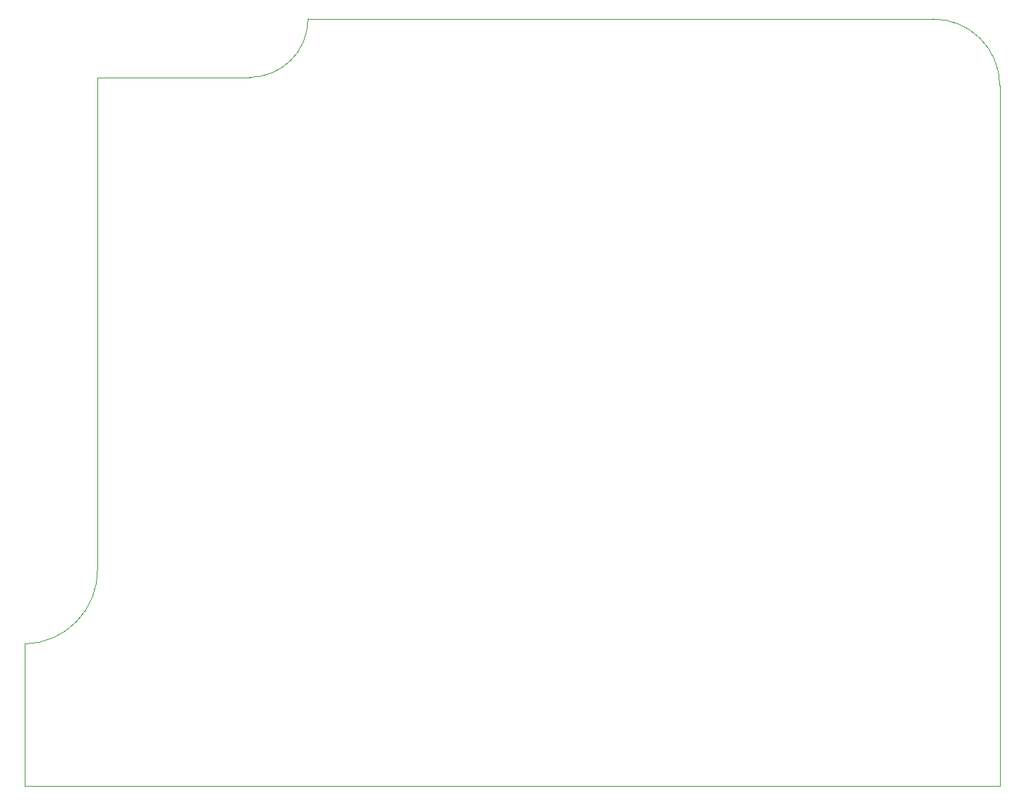
<source format=gm1>
%TF.GenerationSoftware,KiCad,Pcbnew,(5.99.0-12766-g4a3658027e)*%
%TF.CreationDate,2021-12-04T14:11:47+09:00*%
%TF.ProjectId,right,72696768-742e-46b6-9963-61645f706362,rev?*%
%TF.SameCoordinates,Original*%
%TF.FileFunction,Profile,NP*%
%FSLAX46Y46*%
G04 Gerber Fmt 4.6, Leading zero omitted, Abs format (unit mm)*
G04 Created by KiCad (PCBNEW (5.99.0-12766-g4a3658027e)) date 2021-12-04 14:11:47*
%MOMM*%
%LPD*%
G01*
G04 APERTURE LIST*
%TA.AperFunction,Profile*%
%ADD10C,0.050000*%
%TD*%
G04 APERTURE END LIST*
D10*
X158000000Y-92750000D02*
G75*
G03*
X166750000Y-83750000I-125000J8875000D01*
G01*
X192000000Y-17750000D02*
G75*
G02*
X185000000Y-24750000I-7000000J0D01*
G01*
X158000000Y-109750000D02*
X158000000Y-92750000D01*
X275000000Y-109750000D02*
X275000000Y-25750000D01*
X166750000Y-24750000D02*
X166750000Y-83750000D01*
X221000000Y-17750000D02*
X192000000Y-17750000D01*
X267000000Y-17750000D02*
X221000000Y-17750000D01*
X275000000Y-109750000D02*
X158000000Y-109750000D01*
X267000000Y-17750000D02*
G75*
G02*
X275000000Y-25750000I0J-8000000D01*
G01*
X185000000Y-24750000D02*
X166750000Y-24750000D01*
M02*

</source>
